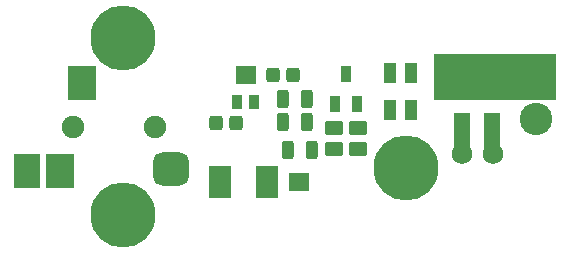
<source format=gts>
G04*
G04 #@! TF.GenerationSoftware,Altium Limited,Altium Designer,21.9.1 (22)*
G04*
G04 Layer_Color=8388736*
%FSLAX25Y25*%
%MOIN*%
G70*
G04*
G04 #@! TF.SameCoordinates,F23F8E4B-2793-4E4E-BA0B-7ABB5D69BE03*
G04*
G04*
G04 #@! TF.FilePolarity,Negative*
G04*
G01*
G75*
%ADD30R,0.07087X0.06299*%
G04:AMPARAMS|DCode=31|XSize=63.12mil|YSize=47.37mil|CornerRadius=8.92mil|HoleSize=0mil|Usage=FLASHONLY|Rotation=180.000|XOffset=0mil|YOffset=0mil|HoleType=Round|Shape=RoundedRectangle|*
%AMROUNDEDRECTD31*
21,1,0.06312,0.02953,0,0,180.0*
21,1,0.04528,0.04737,0,0,180.0*
1,1,0.01784,-0.02264,0.01476*
1,1,0.01784,0.02264,0.01476*
1,1,0.01784,0.02264,-0.01476*
1,1,0.01784,-0.02264,-0.01476*
%
%ADD31ROUNDEDRECTD31*%
%ADD32R,0.09461X0.11824*%
G04:AMPARAMS|DCode=33|XSize=118.24mil|YSize=110.36mil|CornerRadius=29.59mil|HoleSize=0mil|Usage=FLASHONLY|Rotation=180.000|XOffset=0mil|YOffset=0mil|HoleType=Round|Shape=RoundedRectangle|*
%AMROUNDEDRECTD33*
21,1,0.11824,0.05118,0,0,180.0*
21,1,0.05906,0.11036,0,0,180.0*
1,1,0.05918,-0.02953,0.02559*
1,1,0.05918,0.02953,0.02559*
1,1,0.05918,0.02953,-0.02559*
1,1,0.05918,-0.02953,-0.02559*
%
%ADD33ROUNDEDRECTD33*%
%ADD34R,0.08674X0.11824*%
%ADD35R,0.40800X0.15800*%
%ADD36R,0.05800X0.13320*%
G04:AMPARAMS|DCode=37|XSize=59.18mil|YSize=39.5mil|CornerRadius=7.94mil|HoleSize=0mil|Usage=FLASHONLY|Rotation=90.000|XOffset=0mil|YOffset=0mil|HoleType=Round|Shape=RoundedRectangle|*
%AMROUNDEDRECTD37*
21,1,0.05918,0.02362,0,0,90.0*
21,1,0.04331,0.03950,0,0,90.0*
1,1,0.01587,0.01181,0.02165*
1,1,0.01587,0.01181,-0.02165*
1,1,0.01587,-0.01181,-0.02165*
1,1,0.01587,-0.01181,0.02165*
%
%ADD37ROUNDEDRECTD37*%
%ADD38R,0.03950X0.06706*%
%ADD39R,0.03359X0.05524*%
%ADD40R,0.03300X0.05800*%
G04:AMPARAMS|DCode=41|XSize=47.37mil|YSize=43.43mil|CornerRadius=8.43mil|HoleSize=0mil|Usage=FLASHONLY|Rotation=90.000|XOffset=0mil|YOffset=0mil|HoleType=Round|Shape=RoundedRectangle|*
%AMROUNDEDRECTD41*
21,1,0.04737,0.02657,0,0,90.0*
21,1,0.03051,0.04343,0,0,90.0*
1,1,0.01686,0.01329,0.01526*
1,1,0.01686,0.01329,-0.01526*
1,1,0.01686,-0.01329,-0.01526*
1,1,0.01686,-0.01329,0.01526*
%
%ADD41ROUNDEDRECTD41*%
%ADD42R,0.03753X0.04540*%
%ADD43R,0.07493X0.10642*%
%ADD44C,0.07493*%
%ADD45C,0.02200*%
%ADD46C,0.21666*%
%ADD47C,0.06800*%
%ADD48C,0.10800*%
D30*
X200347Y117323D02*
D03*
X182677Y153150D02*
D03*
D31*
X220079Y135433D02*
D03*
Y128347D02*
D03*
X212205D02*
D03*
Y135433D02*
D03*
D32*
X120669Y121260D02*
D03*
X128150Y150394D02*
D03*
D33*
X157677Y121653D02*
D03*
D34*
X109646Y121260D02*
D03*
D35*
X265748Y152575D02*
D03*
D36*
X264843Y133858D02*
D03*
X254842D02*
D03*
D37*
X203150Y145276D02*
D03*
X195276D02*
D03*
X203150Y137402D02*
D03*
X195276D02*
D03*
X204724Y127953D02*
D03*
X196850D02*
D03*
D38*
X230768Y141339D02*
D03*
Y153937D02*
D03*
X237736D02*
D03*
Y141339D02*
D03*
D39*
X212402Y143307D02*
D03*
X219882D02*
D03*
X216142Y153543D02*
D03*
D40*
X198725Y117323D02*
D03*
X201969D02*
D03*
X181055Y153150D02*
D03*
X184299D02*
D03*
D41*
X198346Y153000D02*
D03*
X191654D02*
D03*
X179331Y137008D02*
D03*
X172638D02*
D03*
D42*
X185433Y144095D02*
D03*
X179921D02*
D03*
D43*
X174016Y117323D02*
D03*
X189764D02*
D03*
D44*
X152559Y135827D02*
D03*
X125000D02*
D03*
D45*
X147545Y100486D02*
D03*
X149953Y106299D02*
D03*
X147545Y112112D02*
D03*
X141732Y114520D02*
D03*
D03*
X135919Y112112D02*
D03*
X133512Y106299D02*
D03*
X135919Y100486D02*
D03*
X141732Y98079D02*
D03*
X242033Y116234D02*
D03*
X244441Y122047D02*
D03*
X242033Y127860D02*
D03*
X236221Y130268D02*
D03*
D03*
X230408Y127860D02*
D03*
X228000Y122047D02*
D03*
X230408Y116234D02*
D03*
X236221Y113827D02*
D03*
X141732Y157134D02*
D03*
X135919Y159541D02*
D03*
X133512Y165354D02*
D03*
X135919Y171167D02*
D03*
X141732Y173575D02*
D03*
D03*
X147545Y171167D02*
D03*
X149953Y165354D02*
D03*
X147545Y159541D02*
D03*
D46*
X141732Y106299D02*
D03*
X236221Y122047D02*
D03*
X141732Y165354D02*
D03*
D47*
X254724Y126772D02*
D03*
X264961D02*
D03*
X274803Y153150D02*
D03*
X256299D02*
D03*
D48*
X279528Y138583D02*
D03*
M02*

</source>
